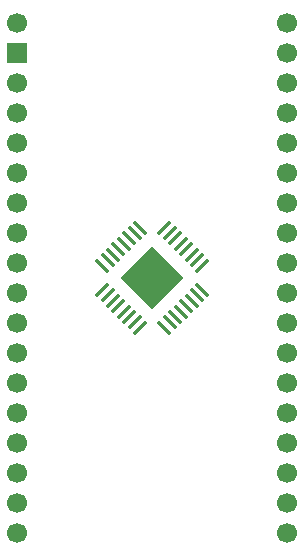
<source format=gts>
G04 #@! TF.GenerationSoftware,KiCad,Pcbnew,9.0.6*
G04 #@! TF.CreationDate,2026-01-07T17:21:42-06:00*
G04 #@! TF.ProjectId,QFN-32_7x7_P0.65,51464e2d-3332-45f3-9778-375f50302e36,rev?*
G04 #@! TF.SameCoordinates,Original*
G04 #@! TF.FileFunction,Soldermask,Top*
G04 #@! TF.FilePolarity,Negative*
%FSLAX46Y46*%
G04 Gerber Fmt 4.6, Leading zero omitted, Abs format (unit mm)*
G04 Created by KiCad (PCBNEW 9.0.6) date 2026-01-07 17:21:42*
%MOMM*%
%LPD*%
G01*
G04 APERTURE LIST*
G04 Aperture macros list*
%AMRoundRect*
0 Rectangle with rounded corners*
0 $1 Rounding radius*
0 $2 $3 $4 $5 $6 $7 $8 $9 X,Y pos of 4 corners*
0 Add a 4 corners polygon primitive as box body*
4,1,4,$2,$3,$4,$5,$6,$7,$8,$9,$2,$3,0*
0 Add four circle primitives for the rounded corners*
1,1,$1+$1,$2,$3*
1,1,$1+$1,$4,$5*
1,1,$1+$1,$6,$7*
1,1,$1+$1,$8,$9*
0 Add four rect primitives between the rounded corners*
20,1,$1+$1,$2,$3,$4,$5,0*
20,1,$1+$1,$4,$5,$6,$7,0*
20,1,$1+$1,$6,$7,$8,$9,0*
20,1,$1+$1,$8,$9,$2,$3,0*%
%AMRotRect*
0 Rectangle, with rotation*
0 The origin of the aperture is its center*
0 $1 length*
0 $2 width*
0 $3 Rotation angle, in degrees counterclockwise*
0 Add horizontal line*
21,1,$1,$2,0,0,$3*%
G04 Aperture macros list end*
%ADD10RoundRect,0.075000X-0.530330X0.424264X0.424264X-0.530330X0.530330X-0.424264X-0.424264X0.530330X0*%
%ADD11RoundRect,0.075000X-0.530330X-0.424264X-0.424264X-0.530330X0.530330X0.424264X0.424264X0.530330X0*%
%ADD12RotRect,3.750000X3.750000X315.000000*%
%ADD13C,1.700000*%
%ADD14R,1.700000X1.700000*%
G04 APERTURE END LIST*
D10*
X137404695Y-116407359D03*
X136945075Y-116866978D03*
X136485456Y-117326598D03*
X136025837Y-117786218D03*
X135566218Y-118245837D03*
X135106598Y-118705456D03*
X134646978Y-119165075D03*
X134187359Y-119624695D03*
D11*
X134187359Y-121675305D03*
X134646978Y-122134925D03*
X135106598Y-122594544D03*
X135566218Y-123054163D03*
X136025837Y-123513782D03*
X136485456Y-123973402D03*
X136945075Y-124433022D03*
X137404695Y-124892641D03*
D10*
X139455305Y-124892641D03*
X139914925Y-124433022D03*
X140374544Y-123973402D03*
X140834163Y-123513782D03*
X141293782Y-123054163D03*
X141753402Y-122594544D03*
X142213022Y-122134925D03*
X142672641Y-121675305D03*
D11*
X142672641Y-119624695D03*
X142213022Y-119165075D03*
X141753402Y-118705456D03*
X141293782Y-118245837D03*
X140834163Y-117786218D03*
X140374544Y-117326598D03*
X139914925Y-116866978D03*
X139455305Y-116407359D03*
D12*
X138430000Y-120650000D03*
D13*
X127000000Y-99061642D03*
D14*
X127000000Y-101601642D03*
D13*
X127000000Y-104141642D03*
X127000000Y-106681642D03*
X127000000Y-109221642D03*
X127000000Y-111761642D03*
X127000000Y-114301642D03*
X127000000Y-116841642D03*
X127000000Y-119381642D03*
X127000000Y-121921642D03*
X127000000Y-124461642D03*
X127000000Y-127001642D03*
X127000000Y-129541642D03*
X127000000Y-132081642D03*
X127000000Y-134621642D03*
X127000000Y-137161642D03*
X127000000Y-139701642D03*
X127000000Y-142241642D03*
X149860000Y-99061642D03*
X149860000Y-101601642D03*
X149860000Y-104141642D03*
X149860000Y-106681642D03*
X149860000Y-109221642D03*
X149860000Y-111761642D03*
X149860000Y-114301642D03*
X149860000Y-116841642D03*
X149860000Y-119381642D03*
X149860000Y-121921642D03*
X149860000Y-124461642D03*
X149860000Y-127001642D03*
X149860000Y-129541642D03*
X149860000Y-132081642D03*
X149860000Y-134621642D03*
X149860000Y-137161642D03*
X149860000Y-139701642D03*
X149860000Y-142241642D03*
M02*

</source>
